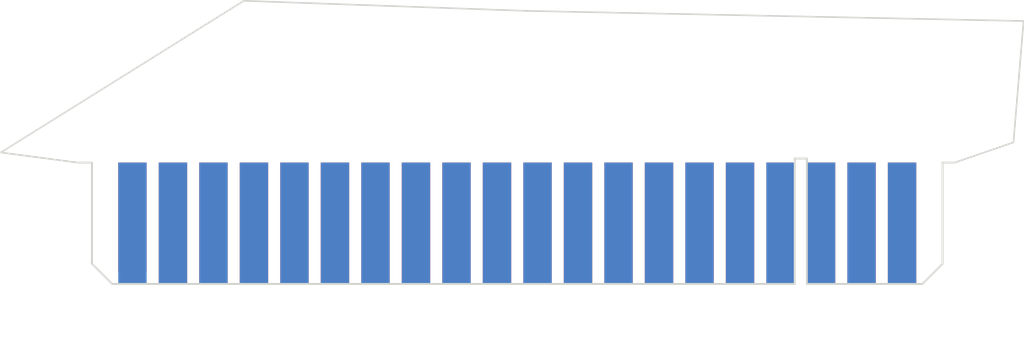
<source format=kicad_pcb>
(kicad_pcb (version 20211014) (generator pcbnew)
  (layers (0 "F.Cu" signal) (31 "B.Cu" signal) (34 "B.Paste" user) (35 "F.Paste" user) (36 "B.SilkS" user "B.Silkscreen") (37 "F.SilkS" user "F.Silkscreen") (38 "B.Mask" user) (39 "F.Mask" user) (44 "Edge.Cuts" user))
  (net 0 "")
  (footprint "Sebs-footprints:IBM_2x20_EDGE" (layer "F.Cu") (at 165.1 100.965)
    (fp_text reference "J1")
    (fp_text value "2x20 Cardedge")
    (fp_line (start 1.905 6.35) (end 1.905 0) (layer "Edge.Cuts") (width 0.12))
    (fp_line (start -6.604 7.62) (end 0.635 7.62) (layer "Edge.Cuts") (width 0.12))
    (fp_line (start -51.435 0) (end -51.435 6.35) (layer "Edge.Cuts") (width 0.12))
    (fp_line (start -50.165 7.62) (end -7.366 7.62) (layer "Edge.Cuts") (width 0.12))
    (fp_line (start -52.324 0) (end -51.435 0) (layer "Edge.Cuts") (width 0.12))
    (fp_line (start -7.366 -0.254) (end -6.604 -0.254) (layer "Edge.Cuts") (width 0.12))
    (fp_line (start 0.635 7.62) (end 1.905 6.35) (layer "Edge.Cuts") (width 0.12))
    (fp_line (start -7.366 7.62) (end -7.366 -0.254) (layer "Edge.Cuts") (width 0.12))
    (fp_line (start 1.905 0) (end 2.667 0) (layer "Edge.Cuts") (width 0.12))
    (fp_line (start -51.435 6.35) (end -50.165 7.62) (layer "Edge.Cuts") (width 0.12))
    (fp_line (start -6.604 -0.254) (end -6.604 7.62) (layer "Edge.Cuts") (width 0.12))
    (pad "1" connect rect (at -48.895 3.81) (size 1.778 7.62) (layers "B.Cu" "B.Mask"))
    (pad "2" connect rect (at -48.895 3.429) (size 1.778 6.858) (layers "F.Cu" "F.Mask"))
    (pad "3" connect rect (at -46.355 3.81) (size 1.778 7.62) (layers "B.Cu" "B.Mask"))
    (pad "4" connect rect (at -46.355 3.81) (size 1.778 7.62) (layers "F.Cu" "F.Mask"))
    (pad "5" connect rect (at -43.815 3.81) (size 1.778 7.62) (layers "B.Cu" "B.Mask"))
    (pad "6" connect rect (at -43.815 3.81) (size 1.778 7.62) (layers "F.Cu" "F.Mask"))
    (pad "7" connect rect (at -41.275 3.81) (size 1.778 7.62) (layers "B.Cu" "B.Mask"))
    (pad "8" connect rect (at -41.275 3.81) (size 1.778 7.62) (layers "F.Cu" "F.Mask"))
    (pad "9" connect rect (at -38.735 3.81) (size 1.778 7.62) (layers "B.Cu" "B.Mask"))
    (pad "10" connect rect (at -38.735 3.81) (size 1.778 7.62) (layers "F.Cu" "F.Mask"))
    (pad "11" connect rect (at -36.195 3.81) (size 1.778 7.62) (layers "B.Cu" "B.Mask"))
    (pad "12" connect rect (at -36.195 3.81) (size 1.778 7.62) (layers "F.Cu" "F.Mask"))
    (pad "13" connect rect (at -33.655 3.81) (size 1.778 7.62) (layers "B.Cu" "B.Mask"))
    (pad "14" connect rect (at -33.655 3.81) (size 1.778 7.62) (layers "F.Cu" "F.Mask"))
    (pad "15" connect rect (at -31.115 3.81) (size 1.778 7.62) (layers "B.Cu" "B.Mask"))
    (pad "16" connect rect (at -31.115 3.81) (size 1.778 7.62) (layers "F.Cu" "F.Mask"))
    (pad "17" connect rect (at -28.575 3.81) (size 1.778 7.62) (layers "B.Cu" "B.Mask"))
    (pad "18" connect rect (at -28.575 3.81) (size 1.778 7.62) (layers "F.Cu" "F.Mask"))
    (pad "19" connect rect (at -26.035 3.81) (size 1.778 7.62) (layers "B.Cu" "B.Mask"))
    (pad "20" connect rect (at -26.035 3.81) (size 1.778 7.62) (layers "F.Cu" "F.Mask"))
    (pad "21" connect rect (at -23.495 3.81) (size 1.778 7.62) (layers "B.Cu" "B.Mask"))
    (pad "22" connect rect (at -23.495 3.81) (size 1.778 7.62) (layers "F.Cu" "F.Mask"))
    (pad "23" connect rect (at -20.955 3.81) (size 1.778 7.62) (layers "B.Cu" "B.Mask"))
    (pad "24" connect rect (at -20.955 3.81) (size 1.778 7.62) (layers "F.Cu" "F.Mask"))
    (pad "25" connect rect (at -18.415 3.81) (size 1.778 7.62) (layers "B.Cu" "B.Mask"))
    (pad "26" connect rect (at -18.415 3.81) (size 1.778 7.62) (layers "F.Cu" "F.Mask"))
    (pad "27" connect rect (at -15.875 3.81) (size 1.778 7.62) (layers "B.Cu" "B.Mask"))
    (pad "28" connect rect (at -15.875 3.81) (size 1.778 7.62) (layers "F.Cu" "F.Mask"))
    (pad "29" connect rect (at -13.335 3.81) (size 1.778 7.62) (layers "B.Cu" "B.Mask"))
    (pad "30" connect rect (at -13.335 3.81) (size 1.778 7.62) (layers "F.Cu" "F.Mask"))
    (pad "31" connect rect (at -10.795 3.81) (size 1.778 7.62) (layers "B.Cu" "B.Mask"))
    (pad "32" connect rect (at -10.795 3.81) (size 1.778 7.62) (layers "F.Cu" "F.Mask"))
    (pad "33" connect rect (at -8.255 3.81) (size 1.778 7.62) (layers "B.Cu" "B.Mask"))
    (pad "34" connect rect (at -8.255 3.81) (size 1.778 7.62) (layers "F.Cu" "F.Mask"))
    (pad "35" connect rect (at -5.715 3.81) (size 1.778 7.62) (layers "B.Cu" "B.Mask"))
    (pad "36" connect rect (at -5.715 3.81) (size 1.778 7.62) (layers "F.Cu" "F.Mask"))
    (pad "37" connect rect (at -3.175 3.81) (size 1.778 7.62) (layers "B.Cu" "B.Mask"))
    (pad "38" connect rect (at -3.175 3.81) (size 1.778 7.62) (layers "F.Cu" "F.Mask"))
    (pad "39" connect rect (at -0.635 3.81) (size 1.778 7.62) (layers "B.Cu" "B.Mask"))
    (pad "40" connect rect (at -0.635 3.81) (size 1.778 7.62) (layers "F.Cu" "F.Mask"))
  )
  (gr_line (start 107.95 100.33) (end 123.19 90.805) (layer "Edge.Cuts") (width 0.1))
  (gr_line (start 171.45 99.695) (end 167.767 100.965) (layer "Edge.Cuts") (width 0.1))
  (gr_line (start 112.776 100.965) (end 107.95 100.33) (layer "Edge.Cuts") (width 0.1))
  (gr_line (start 172.085 92.075) (end 171.45 99.695) (layer "Edge.Cuts") (width 0.1))
  (gr_line (start 140.97 91.44) (end 172.085 92.075) (layer "Edge.Cuts") (width 0.1))
  (gr_line (start 123.19 90.805) (end 140.97 91.44) (layer "Edge.Cuts") (width 0.1))
)
</source>
